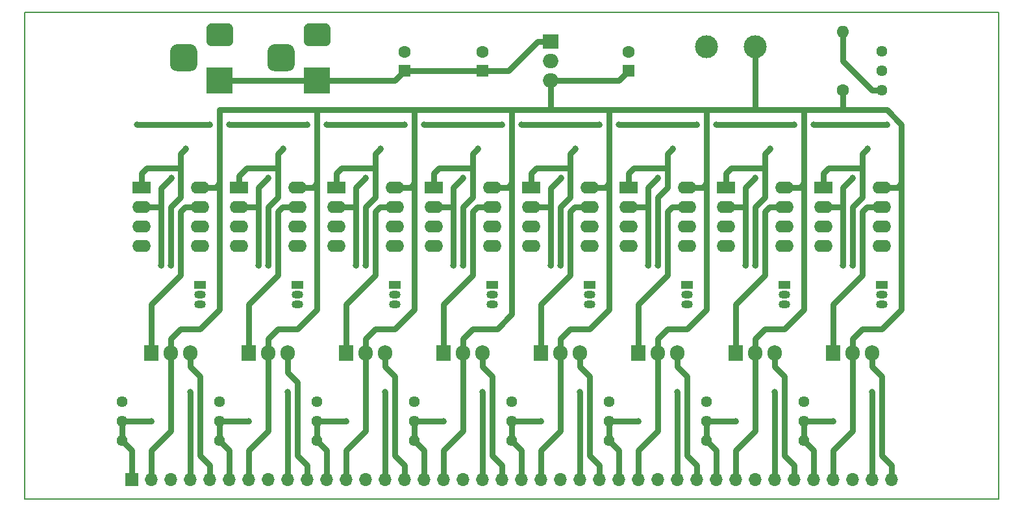
<source format=gbr>
From cc12cc5565d923dbd624ff366f0ebfee775a62fd Mon Sep 17 00:00:00 2001
From: Blaise Thompson <blaise@untzag.com>
Date: Fri, 7 May 2021 12:06:33 -0500
Subject: prepare for potentiosynth

---
 potentiosynth/driver-pcb/PDF/galvanosynth-B_Cu.gbr | 1381 --------------------
 1 file changed, 1381 deletions(-)
 delete mode 100644 potentiosynth/driver-pcb/PDF/galvanosynth-B_Cu.gbr

(limited to 'potentiosynth/driver-pcb/PDF/galvanosynth-B_Cu.gbr')

diff --git a/potentiosynth/driver-pcb/PDF/galvanosynth-B_Cu.gbr b/potentiosynth/driver-pcb/PDF/galvanosynth-B_Cu.gbr
deleted file mode 100644
index bbc4ede..0000000
--- a/potentiosynth/driver-pcb/PDF/galvanosynth-B_Cu.gbr
+++ /dev/null
@@ -1,1381 +0,0 @@
-G04 #@! TF.GenerationSoftware,KiCad,Pcbnew,5.1.5+dfsg1-2*
-G04 #@! TF.CreationDate,2019-12-13T15:30:38-06:00*
-G04 #@! TF.ProjectId,galvanosynth,67616c76-616e-46f7-9379-6e74682e6b69,4.0.0*
-G04 #@! TF.SameCoordinates,Original*
-G04 #@! TF.FileFunction,Copper,L2,Bot*
-G04 #@! TF.FilePolarity,Positive*
-%FSLAX46Y46*%
-G04 Gerber Fmt 4.6, Leading zero omitted, Abs format (unit mm)*
-G04 Created by KiCad (PCBNEW 5.1.5+dfsg1-2) date 2019-12-13 15:30:38*
-%MOMM*%
-%LPD*%
-G04 APERTURE LIST*
-%ADD10C,0.150000*%
-%ADD11C,0.100000*%
-%ADD12R,3.500000X3.500000*%
-%ADD13C,1.440000*%
-%ADD14O,2.400000X1.600000*%
-%ADD15R,2.400000X1.600000*%
-%ADD16R,1.500000X1.050000*%
-%ADD17O,1.500000X1.050000*%
-%ADD18O,1.905000X2.000000*%
-%ADD19R,1.905000X2.000000*%
-%ADD20O,1.600000X1.600000*%
-%ADD21C,1.600000*%
-%ADD22O,2.000000X1.905000*%
-%ADD23R,2.000000X1.905000*%
-%ADD24O,1.700000X1.700000*%
-%ADD25R,1.700000X1.700000*%
-%ADD26C,3.000000*%
-%ADD27R,1.600000X1.600000*%
-%ADD28C,0.800000*%
-%ADD29C,0.762000*%
-G04 APERTURE END LIST*
-D10*
-X50800000Y-127000000D02*
-X177800000Y-127000000D01*
-X50800000Y-63500000D02*
-X177800000Y-63500000D01*
-X50800000Y-127000000D02*
-X50800000Y-63500000D01*
-X177800000Y-127000000D02*
-X177800000Y-63500000D01*
-G04 #@! TA.AperFunction,ComponentPad*
-D11*
-G36*
-X85160765Y-67644213D02*
-G01*
-X85245704Y-67656813D01*
-X85328999Y-67677677D01*
-X85409848Y-67706605D01*
-X85487472Y-67743319D01*
-X85561124Y-67787464D01*
-X85630094Y-67838616D01*
-X85693718Y-67896282D01*
-X85751384Y-67959906D01*
-X85802536Y-68028876D01*
-X85846681Y-68102528D01*
-X85883395Y-68180152D01*
-X85912323Y-68261001D01*
-X85933187Y-68344296D01*
-X85945787Y-68429235D01*
-X85950000Y-68515000D01*
-X85950000Y-70265000D01*
-X85945787Y-70350765D01*
-X85933187Y-70435704D01*
-X85912323Y-70518999D01*
-X85883395Y-70599848D01*
-X85846681Y-70677472D01*
-X85802536Y-70751124D01*
-X85751384Y-70820094D01*
-X85693718Y-70883718D01*
-X85630094Y-70941384D01*
-X85561124Y-70992536D01*
-X85487472Y-71036681D01*
-X85409848Y-71073395D01*
-X85328999Y-71102323D01*
-X85245704Y-71123187D01*
-X85160765Y-71135787D01*
-X85075000Y-71140000D01*
-X83325000Y-71140000D01*
-X83239235Y-71135787D01*
-X83154296Y-71123187D01*
-X83071001Y-71102323D01*
-X82990152Y-71073395D01*
-X82912528Y-71036681D01*
-X82838876Y-70992536D01*
-X82769906Y-70941384D01*
-X82706282Y-70883718D01*
-X82648616Y-70820094D01*
-X82597464Y-70751124D01*
-X82553319Y-70677472D01*
-X82516605Y-70599848D01*
-X82487677Y-70518999D01*
-X82466813Y-70435704D01*
-X82454213Y-70350765D01*
-X82450000Y-70265000D01*
-X82450000Y-68515000D01*
-X82454213Y-68429235D01*
-X82466813Y-68344296D01*
-X82487677Y-68261001D01*
-X82516605Y-68180152D01*
-X82553319Y-68102528D01*
-X82597464Y-68028876D01*
-X82648616Y-67959906D01*
-X82706282Y-67896282D01*
-X82769906Y-67838616D01*
-X82838876Y-67787464D01*
-X82912528Y-67743319D01*
-X82990152Y-67706605D01*
-X83071001Y-67677677D01*
-X83154296Y-67656813D01*
-X83239235Y-67644213D01*
-X83325000Y-67640000D01*
-X85075000Y-67640000D01*
-X85160765Y-67644213D01*
-G37*
-G04 #@! TD.AperFunction*
-G04 #@! TA.AperFunction,ComponentPad*
-G36*
-X89973513Y-64893611D02*
-G01*
-X90046318Y-64904411D01*
-X90117714Y-64922295D01*
-X90187013Y-64947090D01*
-X90253548Y-64978559D01*
-X90316678Y-65016398D01*
-X90375795Y-65060242D01*
-X90430330Y-65109670D01*
-X90479758Y-65164205D01*
-X90523602Y-65223322D01*
-X90561441Y-65286452D01*
-X90592910Y-65352987D01*
-X90617705Y-65422286D01*
-X90635589Y-65493682D01*
-X90646389Y-65566487D01*
-X90650000Y-65640000D01*
-X90650000Y-67140000D01*
-X90646389Y-67213513D01*
-X90635589Y-67286318D01*
-X90617705Y-67357714D01*
-X90592910Y-67427013D01*
-X90561441Y-67493548D01*
-X90523602Y-67556678D01*
-X90479758Y-67615795D01*
-X90430330Y-67670330D01*
-X90375795Y-67719758D01*
-X90316678Y-67763602D01*
-X90253548Y-67801441D01*
-X90187013Y-67832910D01*
-X90117714Y-67857705D01*
-X90046318Y-67875589D01*
-X89973513Y-67886389D01*
-X89900000Y-67890000D01*
-X87900000Y-67890000D01*
-X87826487Y-67886389D01*
-X87753682Y-67875589D01*
-X87682286Y-67857705D01*
-X87612987Y-67832910D01*
-X87546452Y-67801441D01*
-X87483322Y-67763602D01*
-X87424205Y-67719758D01*
-X87369670Y-67670330D01*
-X87320242Y-67615795D01*
-X87276398Y-67556678D01*
-X87238559Y-67493548D01*
-X87207090Y-67427013D01*
-X87182295Y-67357714D01*
-X87164411Y-67286318D01*
-X87153611Y-67213513D01*
-X87150000Y-67140000D01*
-X87150000Y-65640000D01*
-X87153611Y-65566487D01*
-X87164411Y-65493682D01*
-X87182295Y-65422286D01*
-X87207090Y-65352987D01*
-X87238559Y-65286452D01*
-X87276398Y-65223322D01*
-X87320242Y-65164205D01*
-X87369670Y-65109670D01*
-X87424205Y-65060242D01*
-X87483322Y-65016398D01*
-X87546452Y-64978559D01*
-X87612987Y-64947090D01*
-X87682286Y-64922295D01*
-X87753682Y-64904411D01*
-X87826487Y-64893611D01*
-X87900000Y-64890000D01*
-X89900000Y-64890000D01*
-X89973513Y-64893611D01*
-G37*
-G04 #@! TD.AperFunction*
-D12*
-X88900000Y-72390000D03*
-G04 #@! TA.AperFunction,ComponentPad*
-D11*
-G36*
-X72460765Y-67644213D02*
-G01*
-X72545704Y-67656813D01*
-X72628999Y-67677677D01*
-X72709848Y-67706605D01*
-X72787472Y-67743319D01*
-X72861124Y-67787464D01*
-X72930094Y-67838616D01*
-X72993718Y-67896282D01*
-X73051384Y-67959906D01*
-X73102536Y-68028876D01*
-X73146681Y-68102528D01*
-X73183395Y-68180152D01*
-X73212323Y-68261001D01*
-X73233187Y-68344296D01*
-X73245787Y-68429235D01*
-X73250000Y-68515000D01*
-X73250000Y-70265000D01*
-X73245787Y-70350765D01*
-X73233187Y-70435704D01*
-X73212323Y-70518999D01*
-X73183395Y-70599848D01*
-X73146681Y-70677472D01*
-X73102536Y-70751124D01*
-X73051384Y-70820094D01*
-X72993718Y-70883718D01*
-X72930094Y-70941384D01*
-X72861124Y-70992536D01*
-X72787472Y-71036681D01*
-X72709848Y-71073395D01*
-X72628999Y-71102323D01*
-X72545704Y-71123187D01*
-X72460765Y-71135787D01*
-X72375000Y-71140000D01*
-X70625000Y-71140000D01*
-X70539235Y-71135787D01*
-X70454296Y-71123187D01*
-X70371001Y-71102323D01*
-X70290152Y-71073395D01*
-X70212528Y-71036681D01*
-X70138876Y-70992536D01*
-X70069906Y-70941384D01*
-X70006282Y-70883718D01*
-X69948616Y-70820094D01*
-X69897464Y-70751124D01*
-X69853319Y-70677472D01*
-X69816605Y-70599848D01*
-X69787677Y-70518999D01*
-X69766813Y-70435704D01*
-X69754213Y-70350765D01*
-X69750000Y-70265000D01*
-X69750000Y-68515000D01*
-X69754213Y-68429235D01*
-X69766813Y-68344296D01*
-X69787677Y-68261001D01*
-X69816605Y-68180152D01*
-X69853319Y-68102528D01*
-X69897464Y-68028876D01*
-X69948616Y-67959906D01*
-X70006282Y-67896282D01*
-X70069906Y-67838616D01*
-X70138876Y-67787464D01*
-X70212528Y-67743319D01*
-X70290152Y-67706605D01*
-X70371001Y-67677677D01*
-X70454296Y-67656813D01*
-X70539235Y-67644213D01*
-X70625000Y-67640000D01*
-X72375000Y-67640000D01*
-X72460765Y-67644213D01*
-G37*
-G04 #@! TD.AperFunction*
-G04 #@! TA.AperFunction,ComponentPad*
-G36*
-X77273513Y-64893611D02*
-G01*
-X77346318Y-64904411D01*
-X77417714Y-64922295D01*
-X77487013Y-64947090D01*
-X77553548Y-64978559D01*
-X77616678Y-65016398D01*
-X77675795Y-65060242D01*
-X77730330Y-65109670D01*
-X77779758Y-65164205D01*
-X77823602Y-65223322D01*
-X77861441Y-65286452D01*
-X77892910Y-65352987D01*
-X77917705Y-65422286D01*
-X77935589Y-65493682D01*
-X77946389Y-65566487D01*
-X77950000Y-65640000D01*
-X77950000Y-67140000D01*
-X77946389Y-67213513D01*
-X77935589Y-67286318D01*
-X77917705Y-67357714D01*
-X77892910Y-67427013D01*
-X77861441Y-67493548D01*
-X77823602Y-67556678D01*
-X77779758Y-67615795D01*
-X77730330Y-67670330D01*
-X77675795Y-67719758D01*
-X77616678Y-67763602D01*
-X77553548Y-67801441D01*
-X77487013Y-67832910D01*
-X77417714Y-67857705D01*
-X77346318Y-67875589D01*
-X77273513Y-67886389D01*
-X77200000Y-67890000D01*
-X75200000Y-67890000D01*
-X75126487Y-67886389D01*
-X75053682Y-67875589D01*
-X74982286Y-67857705D01*
-X74912987Y-67832910D01*
-X74846452Y-67801441D01*
-X74783322Y-67763602D01*
-X74724205Y-67719758D01*
-X74669670Y-67670330D01*
-X74620242Y-67615795D01*
-X74576398Y-67556678D01*
-X74538559Y-67493548D01*
-X74507090Y-67427013D01*
-X74482295Y-67357714D01*
-X74464411Y-67286318D01*
-X74453611Y-67213513D01*
-X74450000Y-67140000D01*
-X74450000Y-65640000D01*
-X74453611Y-65566487D01*
-X74464411Y-65493682D01*
-X74482295Y-65422286D01*
-X74507090Y-65352987D01*
-X74538559Y-65286452D01*
-X74576398Y-65223322D01*
-X74620242Y-65164205D01*
-X74669670Y-65109670D01*
-X74724205Y-65060242D01*
-X74783322Y-65016398D01*
-X74846452Y-64978559D01*
-X74912987Y-64947090D01*
-X74982286Y-64922295D01*
-X75053682Y-64904411D01*
-X75126487Y-64893611D01*
-X75200000Y-64890000D01*
-X77200000Y-64890000D01*
-X77273513Y-64893611D01*
-G37*
-G04 #@! TD.AperFunction*
-D12*
-X76200000Y-72390000D03*
-D13*
-X76200000Y-119380000D03*
-X76200000Y-116840000D03*
-X76200000Y-114300000D03*
-D14*
-X111760000Y-86360000D03*
-X104140000Y-93980000D03*
-X111760000Y-88900000D03*
-X104140000Y-91440000D03*
-X111760000Y-91440000D03*
-X104140000Y-88900000D03*
-X111760000Y-93980000D03*
-D15*
-X104140000Y-86360000D03*
-D14*
-X99060000Y-86360000D03*
-X91440000Y-93980000D03*
-X99060000Y-88900000D03*
-X91440000Y-91440000D03*
-X99060000Y-91440000D03*
-X91440000Y-88900000D03*
-X99060000Y-93980000D03*
-D15*
-X91440000Y-86360000D03*
-D14*
-X124460000Y-86360000D03*
-X116840000Y-93980000D03*
-X124460000Y-88900000D03*
-X116840000Y-91440000D03*
-X124460000Y-91440000D03*
-X116840000Y-88900000D03*
-X124460000Y-93980000D03*
-D15*
-X116840000Y-86360000D03*
-D14*
-X162560000Y-86360000D03*
-X154940000Y-93980000D03*
-X162560000Y-88900000D03*
-X154940000Y-91440000D03*
-X162560000Y-91440000D03*
-X154940000Y-88900000D03*
-X162560000Y-93980000D03*
-D15*
-X154940000Y-86360000D03*
-D14*
-X149860000Y-86360000D03*
-X142240000Y-93980000D03*
-X149860000Y-88900000D03*
-X142240000Y-91440000D03*
-X149860000Y-91440000D03*
-X142240000Y-88900000D03*
-X149860000Y-93980000D03*
-D15*
-X142240000Y-86360000D03*
-D14*
-X137160000Y-86360000D03*
-X129540000Y-93980000D03*
-X137160000Y-88900000D03*
-X129540000Y-91440000D03*
-X137160000Y-91440000D03*
-X129540000Y-88900000D03*
-X137160000Y-93980000D03*
-D15*
-X129540000Y-86360000D03*
-D14*
-X86360000Y-86360000D03*
-X78740000Y-93980000D03*
-X86360000Y-88900000D03*
-X78740000Y-91440000D03*
-X86360000Y-91440000D03*
-X78740000Y-88900000D03*
-X86360000Y-93980000D03*
-D15*
-X78740000Y-86360000D03*
-D14*
-X73660000Y-86360000D03*
-X66040000Y-93980000D03*
-X73660000Y-88900000D03*
-X66040000Y-91440000D03*
-X73660000Y-91440000D03*
-X66040000Y-88900000D03*
-X73660000Y-93980000D03*
-D15*
-X66040000Y-86360000D03*
-D13*
-X101600000Y-119380000D03*
-X101600000Y-116840000D03*
-X101600000Y-114300000D03*
-X88900000Y-119380000D03*
-X88900000Y-116840000D03*
-X88900000Y-114300000D03*
-X114300000Y-119380000D03*
-X114300000Y-116840000D03*
-X114300000Y-114300000D03*
-X152400000Y-119380000D03*
-X152400000Y-116840000D03*
-X152400000Y-114300000D03*
-X139700000Y-119380000D03*
-X139700000Y-116840000D03*
-X139700000Y-114300000D03*
-X127000000Y-119380000D03*
-X127000000Y-116840000D03*
-X127000000Y-114300000D03*
-X63500000Y-119380000D03*
-X63500000Y-116840000D03*
-X63500000Y-114300000D03*
-D16*
-X111760000Y-99060000D03*
-D17*
-X111760000Y-101600000D03*
-X111760000Y-100330000D03*
-D16*
-X99060000Y-99060000D03*
-D17*
-X99060000Y-101600000D03*
-X99060000Y-100330000D03*
-D16*
-X124460000Y-99060000D03*
-D17*
-X124460000Y-101600000D03*
-X124460000Y-100330000D03*
-D16*
-X162560000Y-99060000D03*
-D17*
-X162560000Y-101600000D03*
-X162560000Y-100330000D03*
-D16*
-X149860000Y-99060000D03*
-D17*
-X149860000Y-101600000D03*
-X149860000Y-100330000D03*
-D16*
-X137160000Y-99060000D03*
-D17*
-X137160000Y-101600000D03*
-X137160000Y-100330000D03*
-D16*
-X86360000Y-99060000D03*
-D17*
-X86360000Y-101600000D03*
-X86360000Y-100330000D03*
-D16*
-X73660000Y-99060000D03*
-D17*
-X73660000Y-101600000D03*
-X73660000Y-100330000D03*
-D18*
-X110490000Y-107950000D03*
-X107950000Y-107950000D03*
-D19*
-X105410000Y-107950000D03*
-D18*
-X97790000Y-107950000D03*
-X95250000Y-107950000D03*
-D19*
-X92710000Y-107950000D03*
-D18*
-X123190000Y-107950000D03*
-X120650000Y-107950000D03*
-D19*
-X118110000Y-107950000D03*
-D18*
-X161290000Y-107950000D03*
-X158750000Y-107950000D03*
-D19*
-X156210000Y-107950000D03*
-D18*
-X148590000Y-107950000D03*
-X146050000Y-107950000D03*
-D19*
-X143510000Y-107950000D03*
-D18*
-X135890000Y-107950000D03*
-X133350000Y-107950000D03*
-D19*
-X130810000Y-107950000D03*
-D18*
-X85090000Y-107950000D03*
-X82550000Y-107950000D03*
-D19*
-X80010000Y-107950000D03*
-D18*
-X72390000Y-107950000D03*
-X69850000Y-107950000D03*
-D19*
-X67310000Y-107950000D03*
-D20*
-X157480000Y-66040000D03*
-D21*
-X157480000Y-73660000D03*
-D22*
-X119380000Y-72390000D03*
-X119380000Y-69850000D03*
-D23*
-X119380000Y-67310000D03*
-D13*
-X162560000Y-68580000D03*
-X162560000Y-71120000D03*
-X162560000Y-73660000D03*
-D24*
-X163830000Y-124460000D03*
-X161290000Y-124460000D03*
-X158750000Y-124460000D03*
-X156210000Y-124460000D03*
-X153670000Y-124460000D03*
-X151130000Y-124460000D03*
-X148590000Y-124460000D03*
-X146050000Y-124460000D03*
-X143510000Y-124460000D03*
-X140970000Y-124460000D03*
-X138430000Y-124460000D03*
-X135890000Y-124460000D03*
-X133350000Y-124460000D03*
-X130810000Y-124460000D03*
-X128270000Y-124460000D03*
-X125730000Y-124460000D03*
-X123190000Y-124460000D03*
-X120650000Y-124460000D03*
-X118110000Y-124460000D03*
-X115570000Y-124460000D03*
-X113030000Y-124460000D03*
-X110490000Y-124460000D03*
-X107950000Y-124460000D03*
-X105410000Y-124460000D03*
-X102870000Y-124460000D03*
-X100330000Y-124460000D03*
-X97790000Y-124460000D03*
-X95250000Y-124460000D03*
-X92710000Y-124460000D03*
-X90170000Y-124460000D03*
-X87630000Y-124460000D03*
-X85090000Y-124460000D03*
-X82550000Y-124460000D03*
-X80010000Y-124460000D03*
-X77470000Y-124460000D03*
-X74930000Y-124460000D03*
-X72390000Y-124460000D03*
-X69850000Y-124460000D03*
-X67310000Y-124460000D03*
-D25*
-X64770000Y-124460000D03*
-D26*
-X146050000Y-67945000D03*
-X139700000Y-67945000D03*
-D21*
-X129540000Y-68620000D03*
-D27*
-X129540000Y-71120000D03*
-D21*
-X110490000Y-68620000D03*
-D27*
-X110490000Y-71120000D03*
-D21*
-X100330000Y-68620000D03*
-D27*
-X100330000Y-71120000D03*
-D28*
-X69850000Y-96520000D03*
-X71755000Y-81280000D03*
-X82550000Y-96520000D03*
-X84455000Y-81280000D03*
-X161290000Y-113030000D03*
-X156210000Y-116840000D03*
-X148590000Y-113030000D03*
-X143510000Y-116840000D03*
-X135890000Y-113030000D03*
-X130810000Y-116840000D03*
-X123190000Y-113030000D03*
-X118110000Y-116840000D03*
-X110490000Y-113030000D03*
-X105410000Y-116840000D03*
-X97790000Y-113030000D03*
-X92710000Y-116840000D03*
-X85090000Y-113030000D03*
-X80010000Y-116840000D03*
-X72390000Y-113030000D03*
-X67310000Y-116840000D03*
-X95250000Y-96520000D03*
-X97155000Y-81280000D03*
-X107950000Y-96520000D03*
-X109855000Y-81280000D03*
-X120650000Y-96520000D03*
-X122555000Y-81280000D03*
-X133350000Y-96520000D03*
-X135255000Y-81280000D03*
-X146050000Y-96520000D03*
-X147955000Y-81280000D03*
-X158750000Y-96520000D03*
-X160655000Y-81280000D03*
-X77470000Y-78105000D03*
-X87630000Y-78105000D03*
-X90170000Y-78105000D03*
-X100330000Y-78105000D03*
-X102870000Y-78105000D03*
-X113030000Y-78105000D03*
-X115570000Y-78105000D03*
-X125730000Y-78105000D03*
-X128270000Y-78105000D03*
-X138430000Y-78105000D03*
-X140970000Y-78105000D03*
-X151130000Y-78105000D03*
-X153670000Y-78105000D03*
-X74930000Y-78105000D03*
-X65405000Y-78105000D03*
-X163195000Y-78105000D03*
-X69893500Y-85090000D03*
-X68580000Y-96520000D03*
-X81280000Y-96520000D03*
-X82550000Y-85090000D03*
-X93980000Y-96520000D03*
-X95250000Y-85090000D03*
-X106680000Y-96520000D03*
-X107950000Y-85090000D03*
-X119380000Y-96520000D03*
-X120693500Y-85090000D03*
-X132080000Y-96520000D03*
-X133350000Y-85090000D03*
-X144780000Y-96520000D03*
-X146050000Y-85090000D03*
-X157480000Y-96520000D03*
-X158750000Y-85090000D03*
-D29*
-X75622000Y-86360000D02*
-X76200000Y-85782000D01*
-X73660000Y-86360000D02*
-X75622000Y-86360000D01*
-X76200000Y-85782000D02*
-X76200000Y-76200000D01*
-X88322000Y-86360000D02*
-X86360000Y-86360000D01*
-X88900000Y-85782000D02*
-X88322000Y-86360000D01*
-X76200000Y-76200000D02*
-X88900000Y-76200000D01*
-X88900000Y-76200000D02*
-X88900000Y-85090000D01*
-X101022000Y-86360000D02*
-X99060000Y-86360000D01*
-X101600000Y-76200000D02*
-X101600000Y-85782000D01*
-X101600000Y-85782000D02*
-X101022000Y-86360000D01*
-X88900000Y-76200000D02*
-X101600000Y-76200000D01*
-X69850000Y-107950000D02*
-X69850000Y-106045000D01*
-X69850000Y-106045000D02*
-X71120000Y-104775000D01*
-X71120000Y-104775000D02*
-X73660000Y-104775000D01*
-X73660000Y-104775000D02*
-X76200000Y-102235000D01*
-X76200000Y-102235000D02*
-X76200000Y-98425000D01*
-X76200000Y-98425000D02*
-X76200000Y-97790000D01*
-X76200000Y-85782000D02*
-X76200000Y-97790000D01*
-X76200000Y-97790000D02*
-X76200000Y-98032000D01*
-X95250000Y-107950000D02*
-X95250000Y-106045000D01*
-X95250000Y-106045000D02*
-X96520000Y-104775000D01*
-X96520000Y-104775000D02*
-X99060000Y-104775000D01*
-X99060000Y-104775000D02*
-X101600000Y-102235000D01*
-X101600000Y-102235000D02*
-X101600000Y-85782000D01*
-X112395000Y-104775000D02*
-X114300000Y-102870000D01*
-X101600000Y-76200000D02*
-X114300000Y-76200000D01*
-X107950000Y-107950000D02*
-X107950000Y-106045000D01*
-X107950000Y-106045000D02*
-X109220000Y-104775000D01*
-X109220000Y-104775000D02*
-X112395000Y-104775000D01*
-X120650000Y-107950000D02*
-X120650000Y-106045000D01*
-X120650000Y-106045000D02*
-X121920000Y-104775000D01*
-X121920000Y-104775000D02*
-X124460000Y-104775000D01*
-X124460000Y-104775000D02*
-X127000000Y-102235000D01*
-X127000000Y-76200000D02*
-X129540000Y-76200000D01*
-X127000000Y-85782000D02*
-X127000000Y-85090000D01*
-X126422000Y-86360000D02*
-X127000000Y-85782000D01*
-X124460000Y-86360000D02*
-X126422000Y-86360000D01*
-X127000000Y-102235000D02*
-X127000000Y-85090000D01*
-X127000000Y-85090000D02*
-X127000000Y-76200000D01*
-X165100000Y-78105000D02*
-X165100000Y-85782000D01*
-X164522000Y-86360000D02*
-X162560000Y-86360000D01*
-X165100000Y-85782000D02*
-X164522000Y-86360000D01*
-X163195000Y-76200000D02*
-X165100000Y-78105000D01*
-X165100000Y-85782000D02*
-X165100000Y-102235000D01*
-X158750000Y-107950000D02*
-X158750000Y-106045000D01*
-X158750000Y-106045000D02*
-X160020000Y-104775000D01*
-X160020000Y-104775000D02*
-X162560000Y-104775000D01*
-X162560000Y-104775000D02*
-X165100000Y-102235000D01*
-X146050000Y-107950000D02*
-X146050000Y-106045000D01*
-X146050000Y-106045000D02*
-X147320000Y-104775000D01*
-X147320000Y-104775000D02*
-X149860000Y-104775000D01*
-X149860000Y-104775000D02*
-X152400000Y-102235000D01*
-X133350000Y-107950000D02*
-X133350000Y-106045000D01*
-X133350000Y-106045000D02*
-X134620000Y-104775000D01*
-X134620000Y-104775000D02*
-X137160000Y-104775000D01*
-X137160000Y-104775000D02*
-X139700000Y-102235000D01*
-X139700000Y-77923118D02*
-X139700000Y-76200000D01*
-X129540000Y-76200000D02*
-X139700000Y-76200000D01*
-X152400000Y-76200000D02*
-X163195000Y-76200000D01*
-X114300000Y-85782000D02*
-X113722000Y-86360000D01*
-X113722000Y-86360000D02*
-X111760000Y-86360000D01*
-X114300000Y-85090000D02*
-X114300000Y-85782000D01*
-X114300000Y-85090000D02*
-X114300000Y-76200000D01*
-X114300000Y-102870000D02*
-X114300000Y-85090000D01*
-X139700000Y-85782000D02*
-X139122000Y-86360000D01*
-X139700000Y-85090000D02*
-X139700000Y-85782000D01*
-X139122000Y-86360000D02*
-X137160000Y-86360000D01*
-X139700000Y-85090000D02*
-X139700000Y-77923118D01*
-X139700000Y-102235000D02*
-X139700000Y-85090000D01*
-X152400000Y-85782000D02*
-X151822000Y-86360000D01*
-X152400000Y-85090000D02*
-X152400000Y-85782000D01*
-X151822000Y-86360000D02*
-X149860000Y-86360000D01*
-X152400000Y-85090000D02*
-X152400000Y-76200000D01*
-X152400000Y-102235000D02*
-X152400000Y-85090000D01*
-X88900000Y-102235000D02*
-X88900000Y-85725000D01*
-X86360000Y-104775000D02*
-X88900000Y-102235000D01*
-X83820000Y-104775000D02*
-X86360000Y-104775000D01*
-X82550000Y-106045000D02*
-X83820000Y-104775000D01*
-X88900000Y-85725000D02*
-X88900000Y-85782000D01*
-X88900000Y-85090000D02*
-X88900000Y-85725000D01*
-X82550000Y-107950000D02*
-X82550000Y-106045000D01*
-X128270000Y-72390000D02*
-X129540000Y-71120000D01*
-X119380000Y-72390000D02*
-X128270000Y-72390000D01*
-X119380000Y-72390000D02*
-X119380000Y-76200000D01*
-X114300000Y-76200000D02*
-X119380000Y-76200000D01*
-X119380000Y-76200000D02*
-X127000000Y-76200000D01*
-X146050000Y-67310000D02*
-X146050000Y-69431320D01*
-X146050000Y-69431320D02*
-X146050000Y-76200000D01*
-X139700000Y-76200000D02*
-X146050000Y-76200000D01*
-X146050000Y-76200000D02*
-X152400000Y-76200000D01*
-X157480000Y-76200000D02*
-X157480000Y-73660000D01*
-X67310000Y-124460000D02*
-X67310000Y-120650000D01*
-X67310000Y-120650000D02*
-X69850000Y-118110000D01*
-X69850000Y-118110000D02*
-X69850000Y-107950000D01*
-X80010000Y-124460000D02*
-X80010000Y-120650000D01*
-X82550000Y-118110000D02*
-X82550000Y-107950000D01*
-X80010000Y-120650000D02*
-X82550000Y-118110000D01*
-X105410000Y-124460000D02*
-X105410000Y-120650000D01*
-X105410000Y-120650000D02*
-X107950000Y-118110000D01*
-X107950000Y-118110000D02*
-X107950000Y-107950000D01*
-X118110000Y-124460000D02*
-X118110000Y-120650000D01*
-X118110000Y-120650000D02*
-X120650000Y-118110000D01*
-X120650000Y-118110000D02*
-X120650000Y-107950000D01*
-X146050000Y-118110000D02*
-X146050000Y-107950000D01*
-X143510000Y-124460000D02*
-X143510000Y-120650000D01*
-X143510000Y-120650000D02*
-X146050000Y-118110000D01*
-X130810000Y-124460000D02*
-X130810000Y-120650000D01*
-X130810000Y-120650000D02*
-X133350000Y-118110000D01*
-X133350000Y-118110000D02*
-X133350000Y-107950000D01*
-X156210000Y-124460000D02*
-X156210000Y-120650000D01*
-X156210000Y-120650000D02*
-X158750000Y-118110000D01*
-X158750000Y-118110000D02*
-X158750000Y-107950000D01*
-X92710000Y-124460000D02*
-X92710000Y-120650000D01*
-X92710000Y-120650000D02*
-X95250000Y-118110000D01*
-X95250000Y-118110000D02*
-X95250000Y-107950000D01*
-X99060000Y-72390000D02*
-X100330000Y-71120000D01*
-X76200000Y-72390000D02*
-X99060000Y-72390000D01*
-X100330000Y-71120000D02*
-X110490000Y-71120000D01*
-X117618000Y-67310000D02*
-X113808000Y-71120000D01*
-X119380000Y-67310000D02*
-X117618000Y-67310000D01*
-X113808000Y-71120000D02*
-X110490000Y-71120000D01*
-X71698000Y-88900000D02*
-X73660000Y-88900000D01*
-X71120000Y-89478000D02*
-X71698000Y-88900000D01*
-X71120000Y-97790000D02*
-X71120000Y-89478000D01*
-X67310000Y-101600000D02*
-X71120000Y-97790000D01*
-X67310000Y-107950000D02*
-X67310000Y-101600000D01*
-X66040000Y-86360000D02*
-X66040000Y-84455000D01*
-X66040000Y-84455000D02*
-X66675000Y-83820000D01*
-X66675000Y-83820000D02*
-X71120000Y-83820000D01*
-X71120000Y-83820000D02*
-X71120000Y-87630000D01*
-X71120000Y-87630000D02*
-X69850000Y-88900000D01*
-X69850000Y-88900000D02*
-X69850000Y-96520000D01*
-X71120000Y-83820000D02*
-X71120000Y-81915000D01*
-X71120000Y-81915000D02*
-X71755000Y-81280000D01*
-X157480000Y-69850000D02*
-X157480000Y-66040000D01*
-X162560000Y-73660000D02*
-X161290000Y-73660000D01*
-X161290000Y-73660000D02*
-X157480000Y-69850000D01*
-X84398000Y-88900000D02*
-X86360000Y-88900000D01*
-X83820000Y-89478000D02*
-X84398000Y-88900000D01*
-X83820000Y-97790000D02*
-X83820000Y-89478000D01*
-X80010000Y-101600000D02*
-X83820000Y-97790000D01*
-X80010000Y-107950000D02*
-X80010000Y-101600000D01*
-X78740000Y-84798000D02*
-X79718000Y-83820000D01*
-X78740000Y-86360000D02*
-X78740000Y-84798000D01*
-X83820000Y-83820000D02*
-X83820000Y-87630000D01*
-X79718000Y-83820000D02*
-X83820000Y-83820000D01*
-X83820000Y-87630000D02*
-X82550000Y-88900000D01*
-X82550000Y-88900000D02*
-X82550000Y-96520000D01*
-X83820000Y-83820000D02*
-X83820000Y-81915000D01*
-X83820000Y-81915000D02*
-X84455000Y-81280000D01*
-X163830000Y-122555000D02*
-X163830000Y-124460000D01*
-X162560000Y-121285000D02*
-X163830000Y-122555000D01*
-X162560000Y-110982000D02*
-X162560000Y-121285000D01*
-X161290000Y-107950000D02*
-X161290000Y-109712000D01*
-X161290000Y-109712000D02*
-X162560000Y-110982000D01*
-X161290000Y-124460000D02*
-X161290000Y-113030000D01*
-X152400000Y-116840000D02*
-X152400000Y-119380000D01*
-X153670000Y-120650000D02*
-X152400000Y-119380000D01*
-X153670000Y-124460000D02*
-X153670000Y-120650000D01*
-X156210000Y-116840000D02*
-X152400000Y-116840000D01*
-X151130000Y-122555000D02*
-X151130000Y-124460000D01*
-X149860000Y-121285000D02*
-X151130000Y-122555000D01*
-X149860000Y-110982000D02*
-X149860000Y-121285000D01*
-X148590000Y-107950000D02*
-X148590000Y-109712000D01*
-X148590000Y-109712000D02*
-X149860000Y-110982000D01*
-X148590000Y-113030000D02*
-X148590000Y-124460000D01*
-X140970000Y-120650000D02*
-X139700000Y-119380000D01*
-X140970000Y-124460000D02*
-X140970000Y-120650000D01*
-X139700000Y-119380000D02*
-X139700000Y-116840000D01*
-X143510000Y-116840000D02*
-X139700000Y-116840000D01*
-X137160000Y-121285000D02*
-X138430000Y-122555000D01*
-X138430000Y-122555000D02*
-X138430000Y-124460000D01*
-X135890000Y-107950000D02*
-X135890000Y-109712000D01*
-X137160000Y-110982000D02*
-X137160000Y-121285000D01*
-X135890000Y-109712000D02*
-X137160000Y-110982000D01*
-X135890000Y-113030000D02*
-X135890000Y-124460000D01*
-X128270000Y-120650000D02*
-X127000000Y-119380000D01*
-X128270000Y-124460000D02*
-X128270000Y-120650000D01*
-X127000000Y-116840000D02*
-X127000000Y-119380000D01*
-X130810000Y-116840000D02*
-X127000000Y-116840000D01*
-X125730000Y-122555000D02*
-X125730000Y-124460000D01*
-X124460000Y-110982000D02*
-X124460000Y-121285000D01*
-X123190000Y-107950000D02*
-X123190000Y-109712000D01*
-X124460000Y-121285000D02*
-X125730000Y-122555000D01*
-X123190000Y-109712000D02*
-X124460000Y-110982000D01*
-X123190000Y-113030000D02*
-X123190000Y-124460000D01*
-X115570000Y-120650000D02*
-X114300000Y-119380000D01*
-X115570000Y-124460000D02*
-X115570000Y-120650000D01*
-X114300000Y-116840000D02*
-X114300000Y-119380000D01*
-X114300000Y-116840000D02*
-X118110000Y-116840000D01*
-X113030000Y-122555000D02*
-X113030000Y-124460000D01*
-X111760000Y-121285000D02*
-X113030000Y-122555000D01*
-X111760000Y-110982000D02*
-X111760000Y-121285000D01*
-X110490000Y-107950000D02*
-X110490000Y-109712000D01*
-X110490000Y-109712000D02*
-X111760000Y-110982000D01*
-X110490000Y-113030000D02*
-X110490000Y-124460000D01*
-X102870000Y-120650000D02*
-X101600000Y-119380000D01*
-X102870000Y-124460000D02*
-X102870000Y-120650000D01*
-X101600000Y-116840000D02*
-X101600000Y-119380000D01*
-X105410000Y-116840000D02*
-X101600000Y-116840000D01*
-X100330000Y-122555000D02*
-X100330000Y-124460000D01*
-X99060000Y-110982000D02*
-X99060000Y-121285000D01*
-X99060000Y-121285000D02*
-X100330000Y-122555000D01*
-X97790000Y-107950000D02*
-X97790000Y-109712000D01*
-X97790000Y-109712000D02*
-X99060000Y-110982000D01*
-X97790000Y-113030000D02*
-X97790000Y-124460000D01*
-X90170000Y-120650000D02*
-X88900000Y-119380000D01*
-X90170000Y-124460000D02*
-X90170000Y-120650000D01*
-X88900000Y-119380000D02*
-X88900000Y-116840000D01*
-X92710000Y-116840000D02*
-X88900000Y-116840000D01*
-X85090000Y-107950000D02*
-X85090000Y-110490000D01*
-X85090000Y-110490000D02*
-X86360000Y-111760000D01*
-X86360000Y-111760000D02*
-X86360000Y-121285000D01*
-X87630000Y-122555000D02*
-X87630000Y-124460000D01*
-X86360000Y-121285000D02*
-X87630000Y-122555000D01*
-X85090000Y-113030000D02*
-X85090000Y-124460000D01*
-X76200000Y-116840000D02*
-X76200000Y-119380000D01*
-X77470000Y-120650000D02*
-X76200000Y-119380000D01*
-X77470000Y-124460000D02*
-X77470000Y-120650000D01*
-X80010000Y-116840000D02*
-X76200000Y-116840000D01*
-X74930000Y-122555000D02*
-X74930000Y-124460000D01*
-X73660000Y-110982000D02*
-X73660000Y-121285000D01*
-X73660000Y-121285000D02*
-X74930000Y-122555000D01*
-X72390000Y-107950000D02*
-X72390000Y-109712000D01*
-X72390000Y-109712000D02*
-X73660000Y-110982000D01*
-X72390000Y-113030000D02*
-X72390000Y-124460000D01*
-X64770000Y-120650000D02*
-X63500000Y-119380000D01*
-X64770000Y-124460000D02*
-X64770000Y-120650000D01*
-X63500000Y-119380000D02*
-X63500000Y-116840000D01*
-X67310000Y-116840000D02*
-X63500000Y-116840000D01*
-X96520000Y-97790000D02*
-X96520000Y-89478000D01*
-X97098000Y-88900000D02*
-X99060000Y-88900000D01*
-X96520000Y-89478000D02*
-X97098000Y-88900000D01*
-X92710000Y-101600000D02*
-X96520000Y-97790000D01*
-X92710000Y-107950000D02*
-X92710000Y-101600000D01*
-X109220000Y-89478000D02*
-X109798000Y-88900000D01*
-X109798000Y-88900000D02*
-X111760000Y-88900000D01*
-X109220000Y-97790000D02*
-X109220000Y-89478000D01*
-X105410000Y-101600000D02*
-X109220000Y-97790000D01*
-X105410000Y-107950000D02*
-X105410000Y-101600000D01*
-X122498000Y-88900000D02*
-X124460000Y-88900000D01*
-X121920000Y-97790000D02*
-X121920000Y-89478000D01*
-X121920000Y-89478000D02*
-X122498000Y-88900000D01*
-X118110000Y-101600000D02*
-X121920000Y-97790000D01*
-X118110000Y-107950000D02*
-X118110000Y-101600000D01*
-X135198000Y-88900000D02*
-X137160000Y-88900000D01*
-X134620000Y-89478000D02*
-X135198000Y-88900000D01*
-X134620000Y-97790000D02*
-X134620000Y-89478000D01*
-X130810000Y-101600000D02*
-X134620000Y-97790000D01*
-X130810000Y-107950000D02*
-X130810000Y-101600000D01*
-X147898000Y-88900000D02*
-X149860000Y-88900000D01*
-X143510000Y-101600000D02*
-X147320000Y-97790000D01*
-X147320000Y-89478000D02*
-X147898000Y-88900000D01*
-X147320000Y-97790000D02*
-X147320000Y-89478000D01*
-X143510000Y-107950000D02*
-X143510000Y-101600000D01*
-X160598000Y-88900000D02*
-X162560000Y-88900000D01*
-X160020000Y-89478000D02*
-X160598000Y-88900000D01*
-X160020000Y-97790000D02*
-X160020000Y-89478000D01*
-X156210000Y-101600000D02*
-X160020000Y-97790000D01*
-X156210000Y-107950000D02*
-X156210000Y-101600000D01*
-X91440000Y-86360000D02*
-X91440000Y-85090000D01*
-X91440000Y-85090000D02*
-X91440000Y-84455000D01*
-X91440000Y-84455000D02*
-X92075000Y-83820000D01*
-X96520000Y-83820000D02*
-X96520000Y-86360000D01*
-X92075000Y-83820000D02*
-X96520000Y-83820000D01*
-X96520000Y-86360000D02*
-X96520000Y-87630000D01*
-X96520000Y-87630000D02*
-X95250000Y-88900000D01*
-X95250000Y-88900000D02*
-X95250000Y-96520000D01*
-X96520000Y-83820000D02*
-X96520000Y-81915000D01*
-X96520000Y-81915000D02*
-X97155000Y-81280000D01*
-X104140000Y-86360000D02*
-X104140000Y-85090000D01*
-X104140000Y-85090000D02*
-X104140000Y-84455000D01*
-X104140000Y-84455000D02*
-X104775000Y-83820000D01*
-X109220000Y-83820000D02*
-X109220000Y-87630000D01*
-X104775000Y-83820000D02*
-X109220000Y-83820000D01*
-X109220000Y-87630000D02*
-X107950000Y-88900000D01*
-X107950000Y-88900000D02*
-X107950000Y-96520000D01*
-X109220000Y-83820000D02*
-X109220000Y-81915000D01*
-X109220000Y-81915000D02*
-X109855000Y-81280000D01*
-X116840000Y-86360000D02*
-X116840000Y-85090000D01*
-X116840000Y-85090000D02*
-X116840000Y-84455000D01*
-X116840000Y-84455000D02*
-X117475000Y-83820000D01*
-X121920000Y-83820000D02*
-X121920000Y-87630000D01*
-X117475000Y-83820000D02*
-X121920000Y-83820000D01*
-X121920000Y-87630000D02*
-X120650000Y-88900000D01*
-X120650000Y-88900000D02*
-X120650000Y-96520000D01*
-X121920000Y-83820000D02*
-X121920000Y-81915000D01*
-X121920000Y-81915000D02*
-X122555000Y-81280000D01*
-X129540000Y-86360000D02*
-X129540000Y-84798000D01*
-X129540000Y-84798000D02*
-X129540000Y-84455000D01*
-X129540000Y-84455000D02*
-X130175000Y-83820000D01*
-X134620000Y-83820000D02*
-X134620000Y-86360000D01*
-X130175000Y-83820000D02*
-X134620000Y-83820000D01*
-X134620000Y-86360000D02*
-X133350000Y-87630000D01*
-X133350000Y-87630000D02*
-X133350000Y-96520000D01*
-X134620000Y-83820000D02*
-X134620000Y-81915000D01*
-X134620000Y-81915000D02*
-X135255000Y-81280000D01*
-X142240000Y-86360000D02*
-X142240000Y-84798000D01*
-X142240000Y-84798000D02*
-X142240000Y-84455000D01*
-X142240000Y-84455000D02*
-X142875000Y-83820000D01*
-X147320000Y-83820000D02*
-X147320000Y-87630000D01*
-X142875000Y-83820000D02*
-X147320000Y-83820000D01*
-X147320000Y-87630000D02*
-X146050000Y-88900000D01*
-X146050000Y-88900000D02*
-X146050000Y-96520000D01*
-X147320000Y-83820000D02*
-X147320000Y-81915000D01*
-X147320000Y-81915000D02*
-X147955000Y-81280000D01*
-X154940000Y-86360000D02*
-X154940000Y-84455000D01*
-X154940000Y-84455000D02*
-X155575000Y-83820000D01*
-X160020000Y-83820000D02*
-X160020000Y-87630000D01*
-X155575000Y-83820000D02*
-X160020000Y-83820000D01*
-X160020000Y-87630000D02*
-X158750000Y-88900000D01*
-X158750000Y-88900000D02*
-X158750000Y-96520000D01*
-X160020000Y-83820000D02*
-X160020000Y-81915000D01*
-X160020000Y-81915000D02*
-X160655000Y-81280000D01*
-X77470000Y-78105000D02*
-X87630000Y-78105000D01*
-X90170000Y-78105000D02*
-X100330000Y-78105000D01*
-X102870000Y-78105000D02*
-X113030000Y-78105000D01*
-X115570000Y-78105000D02*
-X125730000Y-78105000D01*
-X128270000Y-78105000D02*
-X138430000Y-78105000D01*
-X140970000Y-78105000D02*
-X151130000Y-78105000D01*
-X74930000Y-78105000D02*
-X65405000Y-78105000D01*
-X153670000Y-78105000D02*
-X163195000Y-78105000D01*
-X66040000Y-88900000D02*
-X68580000Y-88900000D01*
-X68580000Y-87630000D02*
-X68580000Y-88900000D01*
-X68580000Y-87630000D02*
-X68580000Y-86403500D01*
-X68580000Y-86403500D02*
-X69893500Y-85090000D01*
-X68580000Y-96520000D02*
-X68580000Y-88900000D01*
-X81280000Y-86360000D02*
-X82550000Y-85090000D01*
-X81280000Y-96520000D02*
-X81280000Y-88900000D01*
-X78740000Y-88900000D02*
-X81280000Y-88900000D01*
-X81280000Y-88900000D02*
-X81280000Y-86360000D01*
-X93980000Y-96520000D02*
-X93980000Y-88900000D01*
-X91440000Y-88900000D02*
-X93980000Y-88900000D01*
-X93980000Y-88900000D02*
-X93980000Y-86360000D01*
-X93980000Y-86360000D02*
-X95250000Y-85090000D01*
-X106680000Y-86360000D02*
-X107950000Y-85090000D01*
-X104140000Y-88900000D02*
-X106680000Y-88900000D01*
-X106680000Y-96520000D02*
-X106680000Y-88900000D01*
-X106680000Y-88900000D02*
-X106680000Y-86360000D01*
-X119380000Y-96520000D02*
-X119380000Y-88900000D01*
-X116840000Y-88900000D02*
-X119380000Y-88900000D01*
-X119380000Y-88900000D02*
-X119380000Y-86403500D01*
-X119380000Y-86403500D02*
-X120693500Y-85090000D01*
-X132080000Y-87630000D02*
-X132080000Y-86360000D01*
-X132080000Y-86360000D02*
-X133350000Y-85090000D01*
-X129540000Y-88900000D02*
-X132080000Y-88900000D01*
-X132080000Y-96520000D02*
-X132080000Y-88900000D01*
-X132080000Y-88900000D02*
-X132080000Y-87630000D01*
-X144780000Y-96520000D02*
-X144780000Y-88900000D01*
-X142240000Y-88900000D02*
-X144780000Y-88900000D01*
-X144780000Y-88900000D02*
-X144780000Y-86360000D01*
-X144780000Y-86360000D02*
-X146050000Y-85090000D01*
-X157480000Y-87630000D02*
-X157480000Y-86360000D01*
-X157480000Y-86360000D02*
-X158750000Y-85090000D01*
-X154940000Y-88900000D02*
-X157480000Y-88900000D01*
-X157480000Y-96520000D02*
-X157480000Y-88900000D01*
-X157480000Y-88900000D02*
-X157480000Y-87630000D01*
-M02*
-- 
cgit v1.2.3


</source>
